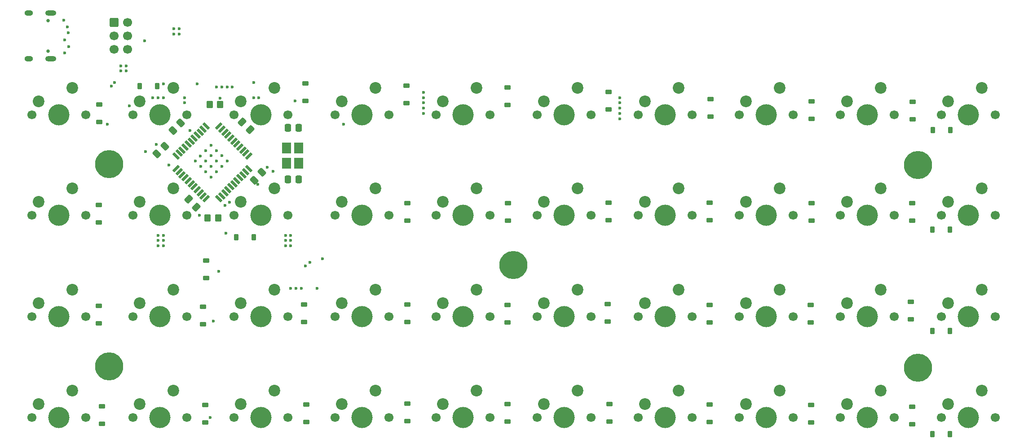
<source format=gbs>
G04 #@! TF.GenerationSoftware,KiCad,Pcbnew,8.0.9-8.0.9-0~ubuntu22.04.1*
G04 #@! TF.CreationDate,2025-05-05T00:51:58+08:00*
G04 #@! TF.ProjectId,macropad,6d616372-6f70-4616-942e-6b696361645f,rev?*
G04 #@! TF.SameCoordinates,Original*
G04 #@! TF.FileFunction,Soldermask,Bot*
G04 #@! TF.FilePolarity,Negative*
%FSLAX46Y46*%
G04 Gerber Fmt 4.6, Leading zero omitted, Abs format (unit mm)*
G04 Created by KiCad (PCBNEW 8.0.9-8.0.9-0~ubuntu22.04.1) date 2025-05-05 00:51:58*
%MOMM*%
%LPD*%
G01*
G04 APERTURE LIST*
G04 Aperture macros list*
%AMRoundRect*
0 Rectangle with rounded corners*
0 $1 Rounding radius*
0 $2 $3 $4 $5 $6 $7 $8 $9 X,Y pos of 4 corners*
0 Add a 4 corners polygon primitive as box body*
4,1,4,$2,$3,$4,$5,$6,$7,$8,$9,$2,$3,0*
0 Add four circle primitives for the rounded corners*
1,1,$1+$1,$2,$3*
1,1,$1+$1,$4,$5*
1,1,$1+$1,$6,$7*
1,1,$1+$1,$8,$9*
0 Add four rect primitives between the rounded corners*
20,1,$1+$1,$2,$3,$4,$5,0*
20,1,$1+$1,$4,$5,$6,$7,0*
20,1,$1+$1,$6,$7,$8,$9,0*
20,1,$1+$1,$8,$9,$2,$3,0*%
%AMRotRect*
0 Rectangle, with rotation*
0 The origin of the aperture is its center*
0 $1 length*
0 $2 width*
0 $3 Rotation angle, in degrees counterclockwise*
0 Add horizontal line*
21,1,$1,$2,0,0,$3*%
G04 Aperture macros list end*
%ADD10C,1.700000*%
%ADD11C,4.000000*%
%ADD12C,2.200000*%
%ADD13C,5.300000*%
%ADD14RoundRect,0.250000X-0.600000X-0.600000X0.600000X-0.600000X0.600000X0.600000X-0.600000X0.600000X0*%
%ADD15C,0.650000*%
%ADD16O,2.100000X1.000000*%
%ADD17O,1.600000X1.000000*%
%ADD18RoundRect,0.225000X0.225000X0.375000X-0.225000X0.375000X-0.225000X-0.375000X0.225000X-0.375000X0*%
%ADD19RoundRect,0.225000X0.375000X-0.225000X0.375000X0.225000X-0.375000X0.225000X-0.375000X-0.225000X0*%
%ADD20RoundRect,0.225000X-0.225000X-0.375000X0.225000X-0.375000X0.225000X0.375000X-0.225000X0.375000X0*%
%ADD21RoundRect,0.250000X-0.097227X0.574524X-0.574524X0.097227X0.097227X-0.574524X0.574524X-0.097227X0*%
%ADD22RoundRect,0.250000X-0.574524X-0.097227X-0.097227X-0.574524X0.574524X0.097227X0.097227X0.574524X0*%
%ADD23RoundRect,0.250000X0.337500X0.475000X-0.337500X0.475000X-0.337500X-0.475000X0.337500X-0.475000X0*%
%ADD24RoundRect,0.250000X0.350000X0.450000X-0.350000X0.450000X-0.350000X-0.450000X0.350000X-0.450000X0*%
%ADD25RoundRect,0.250000X0.574524X0.097227X0.097227X0.574524X-0.574524X-0.097227X-0.097227X-0.574524X0*%
%ADD26RotRect,1.500000X0.550000X315.000000*%
%ADD27RotRect,1.500000X0.550000X225.000000*%
%ADD28RoundRect,0.225000X-0.375000X0.225000X-0.375000X-0.225000X0.375000X-0.225000X0.375000X0.225000X0*%
%ADD29RoundRect,0.250000X0.097227X-0.574524X0.574524X-0.097227X-0.097227X0.574524X-0.574524X0.097227X0*%
%ADD30R,1.800000X2.100000*%
%ADD31RoundRect,0.250000X-0.337500X-0.475000X0.337500X-0.475000X0.337500X0.475000X-0.337500X0.475000X0*%
%ADD32C,0.600000*%
G04 APERTURE END LIST*
D10*
X190500000Y-114220000D03*
D11*
X195580000Y-114220000D03*
D10*
X200660000Y-114220000D03*
D12*
X198120000Y-109140000D03*
X191770000Y-111680000D03*
D10*
X209550000Y-152400000D03*
D11*
X214630000Y-152400000D03*
D10*
X219710000Y-152400000D03*
D12*
X217170000Y-147320000D03*
X210820000Y-149860000D03*
D10*
X152400000Y-114220000D03*
D11*
X157480000Y-114220000D03*
D10*
X162560000Y-114220000D03*
D12*
X160020000Y-109140000D03*
X153670000Y-111680000D03*
D10*
X228600000Y-95250000D03*
D11*
X233680000Y-95250000D03*
D10*
X238760000Y-95250000D03*
D12*
X236220000Y-90170000D03*
X229870000Y-92710000D03*
D10*
X190500000Y-152400000D03*
D11*
X195580000Y-152400000D03*
D10*
X200660000Y-152400000D03*
D12*
X198120000Y-147320000D03*
X191770000Y-149860000D03*
D10*
X95250000Y-95250000D03*
D11*
X100330000Y-95250000D03*
D10*
X105410000Y-95250000D03*
D12*
X102870000Y-90170000D03*
X96520000Y-92710000D03*
D10*
X152400000Y-152400000D03*
D11*
X157480000Y-152400000D03*
D10*
X162560000Y-152400000D03*
D12*
X160020000Y-147320000D03*
X153670000Y-149860000D03*
D10*
X190500000Y-95250000D03*
D11*
X195580000Y-95250000D03*
D10*
X200660000Y-95250000D03*
D12*
X198120000Y-90170000D03*
X191770000Y-92710000D03*
D10*
X228600000Y-114220000D03*
D11*
X233680000Y-114220000D03*
D10*
X238760000Y-114220000D03*
D12*
X236220000Y-109140000D03*
X229870000Y-111680000D03*
D10*
X171450000Y-133350000D03*
D11*
X176530000Y-133350000D03*
D10*
X181610000Y-133350000D03*
D12*
X179070000Y-128270000D03*
X172720000Y-130810000D03*
D10*
X247650000Y-114220000D03*
D11*
X252730000Y-114220000D03*
D10*
X257810000Y-114220000D03*
D12*
X255270000Y-109140000D03*
X248920000Y-111680000D03*
D10*
X133350000Y-133350000D03*
D11*
X138430000Y-133350000D03*
D10*
X143510000Y-133350000D03*
D12*
X140970000Y-128270000D03*
X134620000Y-130810000D03*
D10*
X114300000Y-95250000D03*
D11*
X119380000Y-95250000D03*
D10*
X124460000Y-95250000D03*
D12*
X121920000Y-90170000D03*
X115570000Y-92710000D03*
D10*
X209550000Y-95250000D03*
D11*
X214630000Y-95250000D03*
D10*
X219710000Y-95250000D03*
D12*
X217170000Y-90170000D03*
X210820000Y-92710000D03*
D13*
X167000000Y-123600000D03*
D10*
X209550000Y-114220000D03*
D11*
X214630000Y-114220000D03*
D10*
X219710000Y-114220000D03*
D12*
X217170000Y-109140000D03*
X210820000Y-111680000D03*
D10*
X76200000Y-95250000D03*
D11*
X81280000Y-95250000D03*
D10*
X86360000Y-95250000D03*
D12*
X83820000Y-90170000D03*
X77470000Y-92710000D03*
D10*
X228600000Y-133350000D03*
D11*
X233680000Y-133350000D03*
D10*
X238760000Y-133350000D03*
D12*
X236220000Y-128270000D03*
X229870000Y-130810000D03*
D10*
X190500000Y-133350000D03*
D11*
X195580000Y-133350000D03*
D10*
X200660000Y-133350000D03*
D12*
X198120000Y-128270000D03*
X191770000Y-130810000D03*
D10*
X76200000Y-133350000D03*
D11*
X81280000Y-133350000D03*
D10*
X86360000Y-133350000D03*
D12*
X83820000Y-128270000D03*
X77470000Y-130810000D03*
D10*
X247650000Y-133350000D03*
D11*
X252730000Y-133350000D03*
D10*
X257810000Y-133350000D03*
D12*
X255270000Y-128270000D03*
X248920000Y-130810000D03*
D10*
X114300000Y-133350000D03*
D11*
X119380000Y-133350000D03*
D10*
X124460000Y-133350000D03*
D12*
X121920000Y-128270000D03*
X115570000Y-130810000D03*
D10*
X247650000Y-152400000D03*
D11*
X252730000Y-152400000D03*
D10*
X257810000Y-152400000D03*
D12*
X255270000Y-147320000D03*
X248920000Y-149860000D03*
D10*
X95250000Y-114220000D03*
D11*
X100330000Y-114220000D03*
D10*
X105410000Y-114220000D03*
D12*
X102870000Y-109140000D03*
X96520000Y-111680000D03*
D10*
X133350000Y-114220000D03*
D11*
X138430000Y-114220000D03*
D10*
X143510000Y-114220000D03*
D12*
X140970000Y-109140000D03*
X134620000Y-111680000D03*
D10*
X76200000Y-152400000D03*
D11*
X81280000Y-152400000D03*
D10*
X86360000Y-152400000D03*
D12*
X83820000Y-147320000D03*
X77470000Y-149860000D03*
D14*
X91730000Y-77855000D03*
D10*
X94270000Y-77855000D03*
X91730000Y-80395000D03*
X94270000Y-80395000D03*
X91730000Y-82935000D03*
X94270000Y-82935000D03*
X95250000Y-133350000D03*
D11*
X100330000Y-133350000D03*
D10*
X105410000Y-133350000D03*
D12*
X102870000Y-128270000D03*
X96520000Y-130810000D03*
D10*
X114300000Y-114220000D03*
D11*
X119380000Y-114220000D03*
D10*
X124460000Y-114220000D03*
D12*
X121920000Y-109140000D03*
X115570000Y-111680000D03*
D13*
X243250000Y-143000000D03*
D10*
X133350000Y-95250000D03*
D11*
X138430000Y-95250000D03*
D10*
X143510000Y-95250000D03*
D12*
X140970000Y-90170000D03*
X134620000Y-92710000D03*
D10*
X171450000Y-114220000D03*
D11*
X176530000Y-114220000D03*
D10*
X181610000Y-114220000D03*
D12*
X179070000Y-109140000D03*
X172720000Y-111680000D03*
D13*
X90800000Y-104600000D03*
D10*
X171450000Y-152400000D03*
D11*
X176530000Y-152400000D03*
D10*
X181610000Y-152400000D03*
D12*
X179070000Y-147320000D03*
X172720000Y-149860000D03*
D10*
X152400000Y-95250000D03*
D11*
X157480000Y-95250000D03*
D10*
X162560000Y-95250000D03*
D12*
X160020000Y-90170000D03*
X153670000Y-92710000D03*
D13*
X90750000Y-142750000D03*
D10*
X152400000Y-133350000D03*
D11*
X157480000Y-133350000D03*
D10*
X162560000Y-133350000D03*
D12*
X160020000Y-128270000D03*
X153670000Y-130810000D03*
D10*
X228600000Y-152400000D03*
D11*
X233680000Y-152400000D03*
D10*
X238760000Y-152400000D03*
D12*
X236220000Y-147320000D03*
X229870000Y-149860000D03*
D10*
X247650000Y-95250000D03*
D11*
X252730000Y-95250000D03*
D10*
X257810000Y-95250000D03*
D12*
X255270000Y-90170000D03*
X248920000Y-92710000D03*
D10*
X171450000Y-95250000D03*
D11*
X176530000Y-95250000D03*
D10*
X181610000Y-95250000D03*
D12*
X179070000Y-90170000D03*
X172720000Y-92710000D03*
D13*
X243250000Y-104750000D03*
D10*
X114300000Y-152400000D03*
D11*
X119380000Y-152400000D03*
D10*
X124460000Y-152400000D03*
D12*
X121920000Y-147320000D03*
X115570000Y-149860000D03*
D15*
X79240000Y-77485000D03*
X79240000Y-83265000D03*
D16*
X79770000Y-76055000D03*
D17*
X75590000Y-76055000D03*
D16*
X79770000Y-84695000D03*
D17*
X75590000Y-84695000D03*
D10*
X76200000Y-114220000D03*
D11*
X81280000Y-114220000D03*
D10*
X86360000Y-114220000D03*
D12*
X83820000Y-109140000D03*
X77470000Y-111680000D03*
D10*
X95250000Y-152400000D03*
D11*
X100330000Y-152400000D03*
D10*
X105410000Y-152400000D03*
D12*
X102870000Y-147320000D03*
X96520000Y-149860000D03*
D10*
X133350000Y-152400000D03*
D11*
X138430000Y-152400000D03*
D10*
X143510000Y-152400000D03*
D12*
X140970000Y-147320000D03*
X134620000Y-149860000D03*
D10*
X209550000Y-133350000D03*
D11*
X214630000Y-133350000D03*
D10*
X219710000Y-133350000D03*
D12*
X217170000Y-128270000D03*
X210820000Y-130810000D03*
D18*
X99800000Y-89875000D03*
X96500000Y-89875000D03*
D19*
X88800000Y-115600000D03*
X88800000Y-112300000D03*
D20*
X245925000Y-136100000D03*
X249225000Y-136100000D03*
D21*
X101233623Y-101166377D03*
X99766377Y-102633623D03*
D19*
X146800000Y-93075000D03*
X146800000Y-89775000D03*
X108475000Y-134800000D03*
X108475000Y-131500000D03*
X204000000Y-134425000D03*
X204000000Y-131125000D03*
D20*
X245975000Y-155550000D03*
X249275000Y-155550000D03*
D19*
X223100000Y-153375000D03*
X223100000Y-150075000D03*
X146975000Y-153100000D03*
X146975000Y-149800000D03*
X203925000Y-153250000D03*
X203925000Y-149950000D03*
X222975000Y-134425000D03*
X222975000Y-131125000D03*
X165900000Y-134450000D03*
X165900000Y-131150000D03*
X146975000Y-115250000D03*
X146975000Y-111950000D03*
D22*
X115866377Y-96616377D03*
X117333623Y-98083623D03*
D20*
X246025000Y-98150000D03*
X249325000Y-98150000D03*
D23*
X126497500Y-107440000D03*
X124422500Y-107440000D03*
D19*
X165900000Y-153200000D03*
X165900000Y-149900000D03*
X88800000Y-134600000D03*
X88800000Y-131300000D03*
X242125000Y-115200000D03*
X242125000Y-111900000D03*
X165950000Y-115275000D03*
X165950000Y-111975000D03*
D24*
X111300000Y-114750000D03*
X109300000Y-114750000D03*
D19*
X184925000Y-115150000D03*
X184925000Y-111850000D03*
D25*
X107233623Y-112683623D03*
X105766377Y-111216377D03*
D19*
X127500000Y-134400000D03*
X127500000Y-131100000D03*
X242250000Y-96100000D03*
X242250000Y-92800000D03*
X185075000Y-153175000D03*
X185075000Y-149875000D03*
D26*
X103391064Y-103047918D03*
X103956750Y-102482233D03*
X104522435Y-101916548D03*
X105088120Y-101350862D03*
X105653806Y-100785177D03*
X106219491Y-100219491D03*
X106785177Y-99653806D03*
X107350862Y-99088120D03*
X107916548Y-98522435D03*
X108482233Y-97956750D03*
X109047918Y-97391064D03*
D27*
X111452082Y-97391064D03*
X112017767Y-97956750D03*
X112583452Y-98522435D03*
X113149138Y-99088120D03*
X113714823Y-99653806D03*
X114280509Y-100219491D03*
X114846194Y-100785177D03*
X115411880Y-101350862D03*
X115977565Y-101916548D03*
X116543250Y-102482233D03*
X117108936Y-103047918D03*
D26*
X117108936Y-105452082D03*
X116543250Y-106017767D03*
X115977565Y-106583452D03*
X115411880Y-107149138D03*
X114846194Y-107714823D03*
X114280509Y-108280509D03*
X113714823Y-108846194D03*
X113149138Y-109411880D03*
X112583452Y-109977565D03*
X112017767Y-110543250D03*
X111452082Y-111108936D03*
D27*
X109047918Y-111108936D03*
X108482233Y-110543250D03*
X107916548Y-109977565D03*
X107350862Y-109411880D03*
X106785177Y-108846194D03*
X106219491Y-108280509D03*
X105653806Y-107714823D03*
X105088120Y-107149138D03*
X104522435Y-106583452D03*
X103956750Y-106017767D03*
X103391064Y-105452082D03*
D20*
X246000000Y-116925000D03*
X249300000Y-116925000D03*
D19*
X89375000Y-153600000D03*
X89375000Y-150300000D03*
X88925000Y-96600000D03*
X88925000Y-93300000D03*
D21*
X104233623Y-96766377D03*
X102766377Y-98233623D03*
D19*
X223200000Y-115275000D03*
X223200000Y-111975000D03*
X184925000Y-94250000D03*
X184925000Y-90950000D03*
X109075000Y-126075000D03*
X109075000Y-122775000D03*
X223150000Y-96050000D03*
X223150000Y-92750000D03*
X204125000Y-95600000D03*
X204125000Y-92300000D03*
X184750000Y-134325000D03*
X184750000Y-131025000D03*
X241900000Y-133875000D03*
X241900000Y-130575000D03*
X147025000Y-134400000D03*
X147025000Y-131100000D03*
D20*
X114750000Y-118400000D03*
X118050000Y-118400000D03*
D19*
X127975000Y-153275000D03*
X127975000Y-149975000D03*
X242125000Y-153650000D03*
X242125000Y-150350000D03*
D28*
X127775000Y-89300000D03*
X127775000Y-92600000D03*
D24*
X111700000Y-93350000D03*
X109700000Y-93350000D03*
D19*
X108925000Y-153325000D03*
X108925000Y-150025000D03*
D29*
X118116377Y-107583623D03*
X119583623Y-106116377D03*
D19*
X203975000Y-115150000D03*
X203975000Y-111850000D03*
D30*
X124210000Y-104440000D03*
X124210000Y-101540000D03*
X126510000Y-101540000D03*
X126510000Y-104440000D03*
D19*
X165900000Y-93400000D03*
X165900000Y-90100000D03*
D31*
X124460000Y-97690000D03*
X126535000Y-97690000D03*
D32*
X104000000Y-79000000D03*
X104000000Y-80000000D03*
X103000000Y-80000000D03*
X103000000Y-79000000D03*
X94000000Y-86000000D03*
X94000000Y-87000000D03*
X93000000Y-87000000D03*
X93000000Y-86000000D03*
X127000000Y-128000000D03*
X126000000Y-128000000D03*
X125000000Y-128000000D03*
X135000000Y-97000000D03*
X187000000Y-96000000D03*
X187000000Y-95000000D03*
X187000000Y-94000000D03*
X187000000Y-93000000D03*
X187000000Y-92000000D03*
X150000000Y-94000000D03*
X150000000Y-95000000D03*
X150000000Y-93000000D03*
X150000000Y-92000000D03*
X150000000Y-91000000D03*
X125000000Y-118000000D03*
X125000000Y-119000000D03*
X125000000Y-120000000D03*
X124000000Y-120000000D03*
X124000000Y-119000000D03*
X124000000Y-118000000D03*
X101000000Y-118000000D03*
X101000000Y-119000000D03*
X101000000Y-120000000D03*
X100000000Y-120000000D03*
X100000000Y-119000000D03*
X100000000Y-118000000D03*
X118000000Y-92000000D03*
X119000000Y-92000000D03*
X101000000Y-92000000D03*
X100000000Y-92000000D03*
X99000000Y-92000000D03*
X105000000Y-93000000D03*
X105000000Y-92000000D03*
X114000000Y-90000000D03*
X113000000Y-90000000D03*
X112000000Y-90000000D03*
X111000000Y-90000000D03*
X108991332Y-104000000D03*
X110000000Y-105000000D03*
X111000000Y-104000000D03*
X110000000Y-103000000D03*
X113000000Y-104000000D03*
X112000000Y-105000000D03*
X111000000Y-106000000D03*
X110000000Y-107000000D03*
X108991332Y-106000000D03*
X108000000Y-105000000D03*
X112000000Y-103000000D03*
X111000000Y-102000000D03*
X110000000Y-101000000D03*
X109000000Y-102000000D03*
X107934314Y-103065686D03*
X107000000Y-104000000D03*
X97600000Y-102200000D03*
X128600000Y-123150000D03*
X120600000Y-105200000D03*
X127800000Y-123800000D03*
X121640520Y-105890670D03*
X83030870Y-79775000D03*
X83115000Y-82375000D03*
X130000000Y-128000000D03*
X112800000Y-117600000D03*
X111400000Y-124800000D03*
X131000000Y-122400000D03*
X82400000Y-83600000D03*
X118800000Y-108400000D03*
X107750000Y-114250000D03*
X106000000Y-98250000D03*
X99650000Y-100875000D03*
X82225761Y-77425761D03*
X102050000Y-104750000D03*
X111700000Y-92100000D03*
X109800000Y-152400000D03*
X112600000Y-112400000D03*
X110400000Y-134200000D03*
X113470000Y-111800000D03*
X94600000Y-93600000D03*
X90400000Y-97000000D03*
X107400000Y-89400000D03*
X118000000Y-89200000D03*
X101000000Y-89400000D03*
X125800000Y-92600000D03*
X82865000Y-78625000D03*
X82380870Y-81109130D03*
X97450000Y-81300000D03*
X91199479Y-89800521D03*
X91800521Y-89199479D03*
M02*

</source>
